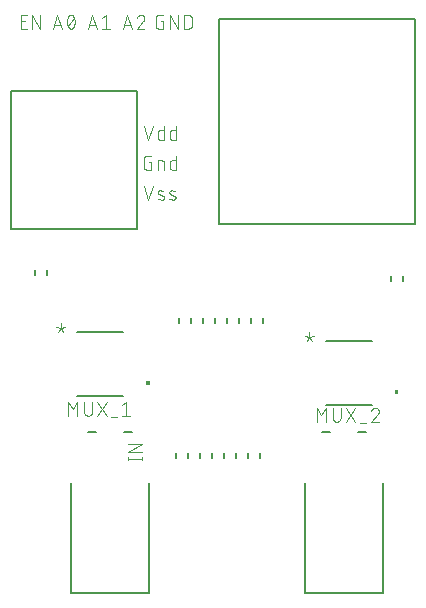
<source format=gbr>
G04 EAGLE Gerber RS-274X export*
G75*
%MOMM*%
%FSLAX34Y34*%
%LPD*%
%INSilkscreen Top*%
%IPPOS*%
%AMOC8*
5,1,8,0,0,1.08239X$1,22.5*%
G01*
%ADD10C,0.101600*%
%ADD11C,0.200000*%
%ADD12C,0.152400*%
%ADD13C,0.076200*%
%ADD14C,0.127000*%

G36*
X117330Y84590D02*
X117330Y84590D01*
X117332Y84589D01*
X117375Y84609D01*
X117419Y84627D01*
X117420Y84629D01*
X117422Y84630D01*
X117455Y84715D01*
X117455Y88525D01*
X117454Y88527D01*
X117455Y88529D01*
X117435Y88572D01*
X117416Y88616D01*
X117414Y88616D01*
X117413Y88618D01*
X117328Y88651D01*
X114788Y88651D01*
X114786Y88650D01*
X114784Y88651D01*
X114741Y88631D01*
X114698Y88613D01*
X114697Y88611D01*
X114695Y88610D01*
X114662Y88525D01*
X114662Y84715D01*
X114663Y84713D01*
X114662Y84711D01*
X114682Y84668D01*
X114701Y84624D01*
X114703Y84624D01*
X114703Y84622D01*
X114788Y84589D01*
X117328Y84589D01*
X117330Y84590D01*
G37*
G36*
X327809Y76970D02*
X327809Y76970D01*
X327811Y76969D01*
X327854Y76989D01*
X327897Y77007D01*
X327898Y77009D01*
X327900Y77010D01*
X327933Y77095D01*
X327933Y80905D01*
X327932Y80907D01*
X327933Y80909D01*
X327913Y80952D01*
X327895Y80996D01*
X327892Y80996D01*
X327892Y80998D01*
X327807Y81031D01*
X325267Y81031D01*
X325265Y81030D01*
X325263Y81031D01*
X325220Y81011D01*
X325176Y80993D01*
X325175Y80991D01*
X325173Y80990D01*
X325140Y80905D01*
X325140Y77095D01*
X325141Y77093D01*
X325140Y77091D01*
X325160Y77048D01*
X325179Y77004D01*
X325181Y77004D01*
X325182Y77002D01*
X325267Y76969D01*
X327807Y76969D01*
X327809Y76970D01*
G37*
D10*
X112268Y304292D02*
X116163Y292608D01*
X120057Y304292D01*
X129368Y304292D02*
X129368Y292608D01*
X126123Y292608D01*
X126036Y292610D01*
X125948Y292616D01*
X125862Y292626D01*
X125775Y292639D01*
X125690Y292657D01*
X125605Y292678D01*
X125521Y292703D01*
X125439Y292732D01*
X125358Y292765D01*
X125278Y292801D01*
X125200Y292840D01*
X125124Y292884D01*
X125050Y292930D01*
X124979Y292980D01*
X124909Y293033D01*
X124842Y293089D01*
X124778Y293148D01*
X124716Y293210D01*
X124657Y293274D01*
X124601Y293341D01*
X124548Y293411D01*
X124498Y293482D01*
X124452Y293556D01*
X124408Y293632D01*
X124369Y293710D01*
X124333Y293790D01*
X124300Y293871D01*
X124271Y293953D01*
X124246Y294037D01*
X124225Y294122D01*
X124207Y294207D01*
X124194Y294294D01*
X124184Y294380D01*
X124178Y294468D01*
X124176Y294555D01*
X124175Y294555D02*
X124175Y298450D01*
X124176Y298450D02*
X124178Y298537D01*
X124184Y298625D01*
X124194Y298711D01*
X124207Y298798D01*
X124225Y298883D01*
X124246Y298968D01*
X124271Y299052D01*
X124300Y299134D01*
X124333Y299215D01*
X124369Y299295D01*
X124408Y299373D01*
X124452Y299449D01*
X124498Y299523D01*
X124548Y299594D01*
X124601Y299664D01*
X124657Y299731D01*
X124716Y299795D01*
X124778Y299857D01*
X124842Y299916D01*
X124909Y299972D01*
X124979Y300025D01*
X125050Y300075D01*
X125124Y300121D01*
X125200Y300165D01*
X125278Y300204D01*
X125358Y300240D01*
X125439Y300273D01*
X125521Y300302D01*
X125605Y300327D01*
X125690Y300348D01*
X125775Y300366D01*
X125862Y300379D01*
X125948Y300389D01*
X126036Y300395D01*
X126123Y300397D01*
X129368Y300397D01*
X139655Y304292D02*
X139655Y292608D01*
X136410Y292608D01*
X136323Y292610D01*
X136235Y292616D01*
X136149Y292626D01*
X136062Y292639D01*
X135977Y292657D01*
X135892Y292678D01*
X135808Y292703D01*
X135726Y292732D01*
X135645Y292765D01*
X135565Y292801D01*
X135487Y292840D01*
X135411Y292884D01*
X135337Y292930D01*
X135266Y292980D01*
X135196Y293033D01*
X135129Y293089D01*
X135065Y293148D01*
X135003Y293210D01*
X134944Y293274D01*
X134888Y293341D01*
X134835Y293411D01*
X134785Y293482D01*
X134739Y293556D01*
X134695Y293632D01*
X134656Y293710D01*
X134620Y293790D01*
X134587Y293871D01*
X134558Y293953D01*
X134533Y294037D01*
X134512Y294122D01*
X134494Y294207D01*
X134481Y294294D01*
X134471Y294380D01*
X134465Y294468D01*
X134463Y294555D01*
X134462Y294555D02*
X134462Y298450D01*
X134463Y298450D02*
X134465Y298537D01*
X134471Y298625D01*
X134481Y298711D01*
X134494Y298798D01*
X134512Y298883D01*
X134533Y298968D01*
X134558Y299052D01*
X134587Y299134D01*
X134620Y299215D01*
X134656Y299295D01*
X134695Y299373D01*
X134739Y299449D01*
X134785Y299523D01*
X134835Y299594D01*
X134888Y299664D01*
X134944Y299731D01*
X135003Y299795D01*
X135065Y299857D01*
X135129Y299916D01*
X135196Y299972D01*
X135266Y300025D01*
X135337Y300075D01*
X135411Y300121D01*
X135487Y300165D01*
X135565Y300204D01*
X135645Y300240D01*
X135726Y300273D01*
X135808Y300302D01*
X135892Y300327D01*
X135977Y300348D01*
X136062Y300366D01*
X136149Y300379D01*
X136235Y300389D01*
X136323Y300395D01*
X136410Y300397D01*
X139655Y300397D01*
X112268Y253492D02*
X116163Y241808D01*
X120057Y253492D01*
X125208Y246352D02*
X128453Y245054D01*
X125208Y246351D02*
X125133Y246384D01*
X125059Y246420D01*
X124987Y246459D01*
X124917Y246502D01*
X124850Y246548D01*
X124784Y246598D01*
X124722Y246650D01*
X124661Y246706D01*
X124604Y246764D01*
X124549Y246825D01*
X124498Y246889D01*
X124450Y246955D01*
X124405Y247024D01*
X124363Y247094D01*
X124325Y247167D01*
X124290Y247241D01*
X124259Y247317D01*
X124232Y247394D01*
X124209Y247473D01*
X124189Y247552D01*
X124174Y247633D01*
X124162Y247714D01*
X124154Y247796D01*
X124150Y247877D01*
X124151Y247959D01*
X124155Y248041D01*
X124163Y248123D01*
X124175Y248204D01*
X124191Y248284D01*
X124211Y248364D01*
X124235Y248442D01*
X124263Y248519D01*
X124294Y248595D01*
X124329Y248669D01*
X124367Y248741D01*
X124409Y248812D01*
X124455Y248880D01*
X124503Y248946D01*
X124555Y249009D01*
X124610Y249070D01*
X124668Y249128D01*
X124728Y249184D01*
X124791Y249236D01*
X124857Y249285D01*
X124925Y249331D01*
X124995Y249373D01*
X125067Y249413D01*
X125141Y249448D01*
X125216Y249480D01*
X125293Y249508D01*
X125371Y249532D01*
X125451Y249553D01*
X125531Y249570D01*
X125612Y249582D01*
X125693Y249591D01*
X125775Y249596D01*
X125857Y249597D01*
X126034Y249593D01*
X126211Y249584D01*
X126388Y249570D01*
X126565Y249553D01*
X126740Y249531D01*
X126916Y249506D01*
X127090Y249475D01*
X127264Y249441D01*
X127437Y249403D01*
X127609Y249360D01*
X127780Y249313D01*
X127950Y249263D01*
X128119Y249208D01*
X128286Y249149D01*
X128451Y249086D01*
X128616Y249019D01*
X128778Y248948D01*
X128453Y245054D02*
X128528Y245021D01*
X128602Y244985D01*
X128674Y244946D01*
X128744Y244903D01*
X128811Y244857D01*
X128877Y244807D01*
X128939Y244755D01*
X129000Y244699D01*
X129057Y244641D01*
X129112Y244580D01*
X129163Y244516D01*
X129211Y244450D01*
X129256Y244381D01*
X129298Y244311D01*
X129336Y244238D01*
X129371Y244164D01*
X129402Y244088D01*
X129429Y244011D01*
X129452Y243932D01*
X129472Y243853D01*
X129487Y243772D01*
X129499Y243691D01*
X129507Y243609D01*
X129511Y243528D01*
X129510Y243446D01*
X129506Y243364D01*
X129498Y243282D01*
X129486Y243201D01*
X129470Y243121D01*
X129450Y243041D01*
X129426Y242963D01*
X129398Y242886D01*
X129367Y242810D01*
X129332Y242736D01*
X129294Y242664D01*
X129252Y242593D01*
X129206Y242525D01*
X129158Y242459D01*
X129106Y242396D01*
X129051Y242335D01*
X128993Y242277D01*
X128933Y242221D01*
X128870Y242169D01*
X128804Y242120D01*
X128736Y242074D01*
X128666Y242032D01*
X128594Y241992D01*
X128520Y241957D01*
X128445Y241925D01*
X128368Y241897D01*
X128290Y241873D01*
X128210Y241852D01*
X128130Y241835D01*
X128049Y241823D01*
X127968Y241814D01*
X127886Y241809D01*
X127804Y241808D01*
X127805Y241808D02*
X127545Y241815D01*
X127285Y241828D01*
X127025Y241847D01*
X126766Y241872D01*
X126507Y241904D01*
X126250Y241941D01*
X125993Y241985D01*
X125737Y242034D01*
X125483Y242090D01*
X125230Y242151D01*
X124979Y242219D01*
X124729Y242293D01*
X124481Y242372D01*
X124235Y242457D01*
X135114Y246352D02*
X138359Y245054D01*
X135114Y246351D02*
X135039Y246384D01*
X134965Y246420D01*
X134893Y246459D01*
X134823Y246502D01*
X134756Y246548D01*
X134690Y246598D01*
X134628Y246650D01*
X134567Y246706D01*
X134510Y246764D01*
X134455Y246825D01*
X134404Y246889D01*
X134356Y246955D01*
X134311Y247024D01*
X134269Y247094D01*
X134231Y247167D01*
X134196Y247241D01*
X134165Y247317D01*
X134138Y247394D01*
X134115Y247473D01*
X134095Y247552D01*
X134080Y247633D01*
X134068Y247714D01*
X134060Y247796D01*
X134056Y247877D01*
X134057Y247959D01*
X134061Y248041D01*
X134069Y248123D01*
X134081Y248204D01*
X134097Y248284D01*
X134117Y248364D01*
X134141Y248442D01*
X134169Y248519D01*
X134200Y248595D01*
X134235Y248669D01*
X134273Y248741D01*
X134315Y248812D01*
X134361Y248880D01*
X134409Y248946D01*
X134461Y249009D01*
X134516Y249070D01*
X134574Y249128D01*
X134634Y249184D01*
X134697Y249236D01*
X134763Y249285D01*
X134831Y249331D01*
X134901Y249373D01*
X134973Y249413D01*
X135047Y249448D01*
X135122Y249480D01*
X135199Y249508D01*
X135277Y249532D01*
X135357Y249553D01*
X135437Y249570D01*
X135518Y249582D01*
X135599Y249591D01*
X135681Y249596D01*
X135763Y249597D01*
X135940Y249593D01*
X136117Y249584D01*
X136294Y249570D01*
X136471Y249553D01*
X136646Y249531D01*
X136822Y249506D01*
X136996Y249475D01*
X137170Y249441D01*
X137343Y249403D01*
X137515Y249360D01*
X137686Y249313D01*
X137856Y249263D01*
X138025Y249208D01*
X138192Y249149D01*
X138357Y249086D01*
X138522Y249019D01*
X138684Y248948D01*
X138359Y245054D02*
X138434Y245021D01*
X138508Y244985D01*
X138580Y244946D01*
X138650Y244903D01*
X138717Y244857D01*
X138783Y244807D01*
X138845Y244755D01*
X138906Y244699D01*
X138963Y244641D01*
X139018Y244580D01*
X139069Y244516D01*
X139117Y244450D01*
X139162Y244381D01*
X139204Y244311D01*
X139242Y244238D01*
X139277Y244164D01*
X139308Y244088D01*
X139335Y244011D01*
X139358Y243932D01*
X139378Y243853D01*
X139393Y243772D01*
X139405Y243691D01*
X139413Y243609D01*
X139417Y243528D01*
X139416Y243446D01*
X139412Y243364D01*
X139404Y243282D01*
X139392Y243201D01*
X139376Y243121D01*
X139356Y243041D01*
X139332Y242963D01*
X139304Y242886D01*
X139273Y242810D01*
X139238Y242736D01*
X139200Y242664D01*
X139158Y242593D01*
X139112Y242525D01*
X139064Y242459D01*
X139012Y242396D01*
X138957Y242335D01*
X138899Y242277D01*
X138839Y242221D01*
X138776Y242169D01*
X138710Y242120D01*
X138642Y242074D01*
X138572Y242032D01*
X138500Y241992D01*
X138426Y241957D01*
X138351Y241925D01*
X138274Y241897D01*
X138196Y241873D01*
X138116Y241852D01*
X138036Y241835D01*
X137955Y241823D01*
X137874Y241814D01*
X137792Y241809D01*
X137710Y241808D01*
X137711Y241808D02*
X137451Y241815D01*
X137191Y241828D01*
X136931Y241847D01*
X136672Y241872D01*
X136413Y241904D01*
X136156Y241941D01*
X135899Y241985D01*
X135643Y242034D01*
X135389Y242090D01*
X135136Y242151D01*
X134885Y242219D01*
X134635Y242293D01*
X134387Y242372D01*
X134141Y242457D01*
X118759Y273699D02*
X116812Y273699D01*
X118759Y273699D02*
X118759Y267208D01*
X114864Y267208D01*
X114765Y267210D01*
X114665Y267216D01*
X114566Y267225D01*
X114468Y267238D01*
X114370Y267255D01*
X114272Y267276D01*
X114176Y267301D01*
X114081Y267329D01*
X113987Y267361D01*
X113894Y267396D01*
X113802Y267435D01*
X113712Y267478D01*
X113624Y267523D01*
X113537Y267573D01*
X113453Y267625D01*
X113370Y267681D01*
X113290Y267739D01*
X113212Y267801D01*
X113137Y267866D01*
X113064Y267934D01*
X112994Y268004D01*
X112926Y268077D01*
X112861Y268152D01*
X112799Y268230D01*
X112741Y268310D01*
X112685Y268393D01*
X112633Y268477D01*
X112583Y268564D01*
X112538Y268652D01*
X112495Y268742D01*
X112456Y268834D01*
X112421Y268927D01*
X112389Y269021D01*
X112361Y269116D01*
X112336Y269212D01*
X112315Y269310D01*
X112298Y269408D01*
X112285Y269506D01*
X112276Y269605D01*
X112270Y269705D01*
X112268Y269804D01*
X112268Y276296D01*
X112270Y276395D01*
X112276Y276495D01*
X112285Y276594D01*
X112298Y276692D01*
X112315Y276790D01*
X112336Y276888D01*
X112361Y276984D01*
X112389Y277079D01*
X112421Y277173D01*
X112456Y277266D01*
X112495Y277358D01*
X112538Y277448D01*
X112583Y277536D01*
X112633Y277623D01*
X112685Y277707D01*
X112741Y277790D01*
X112799Y277870D01*
X112861Y277948D01*
X112926Y278023D01*
X112994Y278096D01*
X113064Y278166D01*
X113137Y278234D01*
X113212Y278299D01*
X113290Y278361D01*
X113370Y278419D01*
X113453Y278475D01*
X113537Y278527D01*
X113624Y278577D01*
X113712Y278622D01*
X113802Y278665D01*
X113894Y278704D01*
X113986Y278739D01*
X114081Y278771D01*
X114176Y278799D01*
X114272Y278824D01*
X114370Y278845D01*
X114468Y278862D01*
X114566Y278875D01*
X114665Y278884D01*
X114765Y278890D01*
X114864Y278892D01*
X118759Y278892D01*
X124347Y274997D02*
X124347Y267208D01*
X124347Y274997D02*
X127593Y274997D01*
X127680Y274995D01*
X127768Y274989D01*
X127854Y274979D01*
X127941Y274966D01*
X128026Y274948D01*
X128111Y274927D01*
X128195Y274902D01*
X128277Y274873D01*
X128358Y274840D01*
X128438Y274804D01*
X128516Y274765D01*
X128592Y274721D01*
X128666Y274675D01*
X128737Y274625D01*
X128807Y274572D01*
X128874Y274516D01*
X128938Y274457D01*
X129000Y274396D01*
X129059Y274331D01*
X129115Y274264D01*
X129168Y274194D01*
X129218Y274123D01*
X129264Y274049D01*
X129308Y273973D01*
X129347Y273895D01*
X129383Y273815D01*
X129416Y273734D01*
X129445Y273652D01*
X129470Y273568D01*
X129491Y273483D01*
X129509Y273398D01*
X129522Y273311D01*
X129532Y273225D01*
X129538Y273137D01*
X129540Y273050D01*
X129540Y267208D01*
X139768Y267208D02*
X139768Y278892D01*
X139768Y267208D02*
X136523Y267208D01*
X136436Y267210D01*
X136348Y267216D01*
X136262Y267226D01*
X136175Y267239D01*
X136090Y267257D01*
X136005Y267278D01*
X135921Y267303D01*
X135839Y267332D01*
X135758Y267365D01*
X135678Y267401D01*
X135600Y267440D01*
X135524Y267484D01*
X135450Y267530D01*
X135379Y267580D01*
X135309Y267633D01*
X135242Y267689D01*
X135178Y267748D01*
X135116Y267810D01*
X135057Y267874D01*
X135001Y267941D01*
X134948Y268011D01*
X134898Y268082D01*
X134852Y268156D01*
X134808Y268232D01*
X134769Y268310D01*
X134733Y268390D01*
X134700Y268471D01*
X134671Y268553D01*
X134646Y268637D01*
X134625Y268722D01*
X134607Y268807D01*
X134594Y268894D01*
X134584Y268980D01*
X134578Y269068D01*
X134576Y269155D01*
X134575Y269155D02*
X134575Y273050D01*
X134576Y273050D02*
X134578Y273137D01*
X134584Y273225D01*
X134594Y273311D01*
X134607Y273398D01*
X134625Y273483D01*
X134646Y273568D01*
X134671Y273652D01*
X134700Y273734D01*
X134733Y273815D01*
X134769Y273895D01*
X134808Y273973D01*
X134852Y274049D01*
X134898Y274123D01*
X134948Y274194D01*
X135001Y274264D01*
X135057Y274331D01*
X135116Y274395D01*
X135178Y274457D01*
X135242Y274516D01*
X135309Y274572D01*
X135379Y274625D01*
X135450Y274675D01*
X135524Y274721D01*
X135600Y274765D01*
X135678Y274804D01*
X135758Y274840D01*
X135839Y274873D01*
X135921Y274902D01*
X136005Y274927D01*
X136090Y274948D01*
X136175Y274966D01*
X136262Y274979D01*
X136348Y274989D01*
X136436Y274995D01*
X136523Y274997D01*
X139768Y274997D01*
X13321Y386588D02*
X8128Y386588D01*
X8128Y398272D01*
X13321Y398272D01*
X12023Y393079D02*
X8128Y393079D01*
X18011Y398272D02*
X18011Y386588D01*
X24503Y386588D02*
X18011Y398272D01*
X24503Y398272D02*
X24503Y386588D01*
X35451Y386588D02*
X39346Y398272D01*
X43240Y386588D01*
X42267Y389509D02*
X36425Y389509D01*
X47530Y392430D02*
X47533Y392660D01*
X47541Y392890D01*
X47555Y393119D01*
X47574Y393348D01*
X47599Y393577D01*
X47629Y393804D01*
X47664Y394032D01*
X47705Y394258D01*
X47751Y394483D01*
X47803Y394707D01*
X47860Y394929D01*
X47922Y395151D01*
X47990Y395370D01*
X48063Y395588D01*
X48141Y395805D01*
X48224Y396019D01*
X48312Y396231D01*
X48405Y396441D01*
X48504Y396649D01*
X48537Y396739D01*
X48573Y396828D01*
X48613Y396916D01*
X48657Y397001D01*
X48704Y397085D01*
X48754Y397167D01*
X48808Y397247D01*
X48864Y397324D01*
X48924Y397400D01*
X48987Y397473D01*
X49052Y397543D01*
X49121Y397611D01*
X49192Y397675D01*
X49265Y397737D01*
X49341Y397796D01*
X49419Y397852D01*
X49500Y397905D01*
X49582Y397954D01*
X49666Y398000D01*
X49753Y398043D01*
X49840Y398082D01*
X49930Y398118D01*
X50020Y398150D01*
X50112Y398178D01*
X50205Y398203D01*
X50299Y398224D01*
X50393Y398241D01*
X50488Y398255D01*
X50584Y398264D01*
X50680Y398270D01*
X50776Y398272D01*
X50872Y398270D01*
X50968Y398264D01*
X51064Y398255D01*
X51159Y398241D01*
X51253Y398224D01*
X51347Y398203D01*
X51440Y398178D01*
X51532Y398150D01*
X51622Y398118D01*
X51712Y398082D01*
X51799Y398043D01*
X51886Y398000D01*
X51970Y397954D01*
X52052Y397905D01*
X52133Y397852D01*
X52211Y397796D01*
X52287Y397737D01*
X52360Y397675D01*
X52431Y397611D01*
X52500Y397543D01*
X52565Y397473D01*
X52628Y397400D01*
X52688Y397324D01*
X52744Y397247D01*
X52798Y397167D01*
X52848Y397085D01*
X52895Y397001D01*
X52939Y396916D01*
X52979Y396828D01*
X53015Y396739D01*
X53048Y396649D01*
X53147Y396442D01*
X53240Y396232D01*
X53328Y396019D01*
X53411Y395805D01*
X53489Y395589D01*
X53562Y395371D01*
X53630Y395151D01*
X53692Y394930D01*
X53749Y394707D01*
X53801Y394483D01*
X53847Y394258D01*
X53888Y394032D01*
X53923Y393805D01*
X53953Y393577D01*
X53978Y393348D01*
X53997Y393119D01*
X54011Y392890D01*
X54019Y392660D01*
X54022Y392430D01*
X47530Y392430D02*
X47533Y392200D01*
X47541Y391970D01*
X47555Y391741D01*
X47574Y391512D01*
X47599Y391283D01*
X47629Y391055D01*
X47664Y390828D01*
X47705Y390602D01*
X47751Y390377D01*
X47803Y390153D01*
X47860Y389930D01*
X47922Y389709D01*
X47990Y389489D01*
X48063Y389271D01*
X48141Y389055D01*
X48224Y388841D01*
X48312Y388629D01*
X48405Y388418D01*
X48504Y388211D01*
X48537Y388121D01*
X48573Y388032D01*
X48614Y387944D01*
X48657Y387859D01*
X48704Y387775D01*
X48754Y387693D01*
X48808Y387613D01*
X48864Y387536D01*
X48924Y387460D01*
X48987Y387387D01*
X49052Y387317D01*
X49121Y387249D01*
X49192Y387185D01*
X49265Y387123D01*
X49341Y387064D01*
X49419Y387008D01*
X49500Y386955D01*
X49582Y386906D01*
X49666Y386860D01*
X49753Y386817D01*
X49840Y386778D01*
X49930Y386742D01*
X50020Y386710D01*
X50112Y386682D01*
X50205Y386657D01*
X50299Y386636D01*
X50393Y386619D01*
X50488Y386605D01*
X50584Y386596D01*
X50680Y386590D01*
X50776Y386588D01*
X53047Y388211D02*
X53146Y388418D01*
X53239Y388629D01*
X53327Y388841D01*
X53410Y389055D01*
X53488Y389271D01*
X53561Y389489D01*
X53629Y389709D01*
X53691Y389930D01*
X53748Y390153D01*
X53800Y390377D01*
X53846Y390602D01*
X53887Y390828D01*
X53922Y391055D01*
X53952Y391283D01*
X53977Y391512D01*
X53996Y391741D01*
X54010Y391970D01*
X54018Y392200D01*
X54021Y392430D01*
X53048Y388211D02*
X53015Y388121D01*
X52979Y388032D01*
X52939Y387944D01*
X52895Y387859D01*
X52848Y387775D01*
X52798Y387693D01*
X52744Y387613D01*
X52688Y387536D01*
X52628Y387460D01*
X52565Y387387D01*
X52500Y387317D01*
X52431Y387249D01*
X52360Y387185D01*
X52287Y387123D01*
X52211Y387064D01*
X52133Y387008D01*
X52052Y386955D01*
X51970Y386906D01*
X51886Y386860D01*
X51799Y386817D01*
X51712Y386778D01*
X51622Y386742D01*
X51532Y386710D01*
X51440Y386682D01*
X51347Y386657D01*
X51253Y386636D01*
X51159Y386619D01*
X51064Y386605D01*
X50968Y386596D01*
X50872Y386590D01*
X50776Y386588D01*
X48179Y389184D02*
X53372Y395676D01*
X64969Y386588D02*
X68864Y398272D01*
X72759Y386588D01*
X71785Y389509D02*
X65943Y389509D01*
X77049Y395676D02*
X80294Y398272D01*
X80294Y386588D01*
X77049Y386588D02*
X83540Y386588D01*
X94488Y386588D02*
X98383Y398272D01*
X102277Y386588D01*
X101304Y389509D02*
X95462Y389509D01*
X110137Y398272D02*
X110244Y398270D01*
X110350Y398264D01*
X110456Y398254D01*
X110562Y398241D01*
X110668Y398223D01*
X110772Y398202D01*
X110876Y398177D01*
X110979Y398148D01*
X111080Y398116D01*
X111180Y398079D01*
X111279Y398039D01*
X111377Y397996D01*
X111473Y397949D01*
X111567Y397898D01*
X111659Y397844D01*
X111749Y397787D01*
X111837Y397727D01*
X111922Y397663D01*
X112005Y397596D01*
X112086Y397526D01*
X112164Y397454D01*
X112240Y397378D01*
X112312Y397300D01*
X112382Y397219D01*
X112449Y397136D01*
X112513Y397051D01*
X112573Y396963D01*
X112630Y396873D01*
X112684Y396781D01*
X112735Y396687D01*
X112782Y396591D01*
X112825Y396493D01*
X112865Y396394D01*
X112902Y396294D01*
X112934Y396193D01*
X112963Y396090D01*
X112988Y395986D01*
X113009Y395882D01*
X113027Y395776D01*
X113040Y395670D01*
X113050Y395564D01*
X113056Y395458D01*
X113058Y395351D01*
X110137Y398272D02*
X110016Y398270D01*
X109895Y398264D01*
X109775Y398254D01*
X109654Y398241D01*
X109535Y398223D01*
X109415Y398202D01*
X109297Y398177D01*
X109180Y398148D01*
X109063Y398115D01*
X108948Y398079D01*
X108834Y398038D01*
X108721Y397995D01*
X108609Y397947D01*
X108500Y397896D01*
X108392Y397841D01*
X108285Y397783D01*
X108181Y397722D01*
X108079Y397657D01*
X107979Y397589D01*
X107881Y397518D01*
X107785Y397444D01*
X107692Y397367D01*
X107602Y397286D01*
X107514Y397203D01*
X107429Y397117D01*
X107346Y397028D01*
X107267Y396937D01*
X107190Y396843D01*
X107117Y396747D01*
X107047Y396649D01*
X106980Y396548D01*
X106916Y396445D01*
X106856Y396340D01*
X106799Y396233D01*
X106745Y396125D01*
X106695Y396015D01*
X106649Y395903D01*
X106606Y395790D01*
X106567Y395675D01*
X112085Y393079D02*
X112164Y393156D01*
X112240Y393237D01*
X112313Y393320D01*
X112383Y393405D01*
X112450Y393493D01*
X112514Y393583D01*
X112574Y393675D01*
X112631Y393770D01*
X112685Y393866D01*
X112736Y393964D01*
X112783Y394064D01*
X112827Y394166D01*
X112867Y394269D01*
X112903Y394373D01*
X112935Y394479D01*
X112964Y394585D01*
X112989Y394693D01*
X113011Y394801D01*
X113028Y394911D01*
X113042Y395020D01*
X113051Y395130D01*
X113057Y395241D01*
X113059Y395351D01*
X112085Y393079D02*
X106567Y386588D01*
X113058Y386588D01*
X126972Y393079D02*
X128919Y393079D01*
X128919Y386588D01*
X125024Y386588D01*
X124925Y386590D01*
X124825Y386596D01*
X124726Y386605D01*
X124628Y386618D01*
X124530Y386635D01*
X124432Y386656D01*
X124336Y386681D01*
X124241Y386709D01*
X124147Y386741D01*
X124054Y386776D01*
X123962Y386815D01*
X123872Y386858D01*
X123784Y386903D01*
X123697Y386953D01*
X123613Y387005D01*
X123530Y387061D01*
X123450Y387119D01*
X123372Y387181D01*
X123297Y387246D01*
X123224Y387314D01*
X123154Y387384D01*
X123086Y387457D01*
X123021Y387532D01*
X122959Y387610D01*
X122901Y387690D01*
X122845Y387773D01*
X122793Y387857D01*
X122743Y387944D01*
X122698Y388032D01*
X122655Y388122D01*
X122616Y388214D01*
X122581Y388307D01*
X122549Y388401D01*
X122521Y388496D01*
X122496Y388592D01*
X122475Y388690D01*
X122458Y388788D01*
X122445Y388886D01*
X122436Y388985D01*
X122430Y389085D01*
X122428Y389184D01*
X122428Y395676D01*
X122430Y395775D01*
X122436Y395875D01*
X122445Y395974D01*
X122458Y396072D01*
X122475Y396170D01*
X122496Y396268D01*
X122521Y396364D01*
X122549Y396459D01*
X122581Y396553D01*
X122616Y396646D01*
X122655Y396738D01*
X122698Y396828D01*
X122743Y396916D01*
X122793Y397003D01*
X122845Y397087D01*
X122901Y397170D01*
X122959Y397250D01*
X123021Y397328D01*
X123086Y397403D01*
X123154Y397476D01*
X123224Y397546D01*
X123297Y397614D01*
X123372Y397679D01*
X123450Y397741D01*
X123530Y397799D01*
X123613Y397855D01*
X123697Y397907D01*
X123784Y397957D01*
X123872Y398002D01*
X123962Y398045D01*
X124054Y398084D01*
X124146Y398119D01*
X124241Y398151D01*
X124336Y398179D01*
X124432Y398204D01*
X124530Y398225D01*
X124628Y398242D01*
X124726Y398255D01*
X124825Y398264D01*
X124925Y398270D01*
X125024Y398272D01*
X128919Y398272D01*
X134620Y398272D02*
X134620Y386588D01*
X141111Y386588D02*
X134620Y398272D01*
X141111Y398272D02*
X141111Y386588D01*
X146812Y386588D02*
X146812Y398272D01*
X150057Y398272D01*
X150170Y398270D01*
X150283Y398264D01*
X150396Y398254D01*
X150509Y398240D01*
X150621Y398223D01*
X150732Y398201D01*
X150842Y398176D01*
X150952Y398146D01*
X151060Y398113D01*
X151167Y398076D01*
X151273Y398036D01*
X151377Y397991D01*
X151480Y397943D01*
X151581Y397892D01*
X151680Y397837D01*
X151777Y397779D01*
X151872Y397717D01*
X151965Y397652D01*
X152055Y397584D01*
X152143Y397513D01*
X152229Y397438D01*
X152312Y397361D01*
X152392Y397281D01*
X152469Y397198D01*
X152544Y397112D01*
X152615Y397024D01*
X152683Y396934D01*
X152748Y396841D01*
X152810Y396746D01*
X152868Y396649D01*
X152923Y396550D01*
X152974Y396449D01*
X153022Y396346D01*
X153067Y396242D01*
X153107Y396136D01*
X153144Y396029D01*
X153177Y395921D01*
X153207Y395811D01*
X153232Y395701D01*
X153254Y395590D01*
X153271Y395478D01*
X153285Y395365D01*
X153295Y395252D01*
X153301Y395139D01*
X153303Y395026D01*
X153303Y389834D01*
X153304Y389834D02*
X153302Y389721D01*
X153296Y389608D01*
X153286Y389495D01*
X153272Y389382D01*
X153255Y389270D01*
X153233Y389159D01*
X153208Y389049D01*
X153178Y388939D01*
X153145Y388831D01*
X153108Y388724D01*
X153068Y388618D01*
X153023Y388514D01*
X152975Y388411D01*
X152924Y388310D01*
X152869Y388211D01*
X152811Y388114D01*
X152749Y388019D01*
X152684Y387926D01*
X152616Y387836D01*
X152545Y387748D01*
X152470Y387662D01*
X152393Y387579D01*
X152313Y387499D01*
X152230Y387422D01*
X152144Y387347D01*
X152056Y387276D01*
X151966Y387208D01*
X151873Y387143D01*
X151778Y387081D01*
X151681Y387023D01*
X151582Y386968D01*
X151481Y386917D01*
X151378Y386869D01*
X151274Y386824D01*
X151168Y386784D01*
X151061Y386747D01*
X150953Y386714D01*
X150843Y386684D01*
X150733Y386659D01*
X150622Y386637D01*
X150510Y386620D01*
X150397Y386606D01*
X150284Y386596D01*
X150171Y386590D01*
X150058Y386588D01*
X150057Y386588D02*
X146812Y386588D01*
D11*
X203280Y141700D02*
X203280Y137700D01*
X213280Y137700D02*
X213280Y141700D01*
X182960Y141700D02*
X182960Y137700D01*
X192960Y137700D02*
X192960Y141700D01*
X162640Y141700D02*
X162640Y137700D01*
X172640Y137700D02*
X172640Y141700D01*
X142320Y141700D02*
X142320Y137700D01*
X152320Y137700D02*
X152320Y141700D01*
X210740Y27400D02*
X210740Y23400D01*
X200740Y23400D02*
X200740Y27400D01*
X190420Y27400D02*
X190420Y23400D01*
X180420Y23400D02*
X180420Y27400D01*
X170100Y27400D02*
X170100Y23400D01*
X160100Y23400D02*
X160100Y27400D01*
X149780Y27400D02*
X149780Y23400D01*
X139780Y23400D02*
X139780Y27400D01*
D12*
X94976Y75946D02*
X56368Y75946D01*
X56368Y129794D02*
X94976Y129794D01*
D13*
X42109Y133040D02*
X42109Y137019D01*
X42109Y133040D02*
X44430Y130055D01*
X42109Y133040D02*
X39788Y130055D01*
X42109Y133040D02*
X45757Y134366D01*
X42109Y133040D02*
X38461Y134366D01*
X48367Y70739D02*
X48367Y58801D01*
X52347Y64107D02*
X48367Y70739D01*
X52347Y64107D02*
X56326Y70739D01*
X56326Y58801D01*
X61985Y62117D02*
X61985Y70739D01*
X61985Y62117D02*
X61987Y62003D01*
X61993Y61888D01*
X62003Y61774D01*
X62017Y61661D01*
X62034Y61547D01*
X62056Y61435D01*
X62081Y61323D01*
X62111Y61213D01*
X62144Y61103D01*
X62181Y60995D01*
X62221Y60888D01*
X62266Y60782D01*
X62313Y60678D01*
X62365Y60576D01*
X62420Y60476D01*
X62478Y60377D01*
X62540Y60281D01*
X62605Y60186D01*
X62673Y60095D01*
X62745Y60005D01*
X62819Y59918D01*
X62896Y59834D01*
X62977Y59752D01*
X63060Y59673D01*
X63145Y59597D01*
X63234Y59524D01*
X63324Y59455D01*
X63417Y59388D01*
X63513Y59325D01*
X63610Y59265D01*
X63710Y59208D01*
X63811Y59155D01*
X63914Y59105D01*
X64019Y59059D01*
X64125Y59016D01*
X64233Y58978D01*
X64342Y58943D01*
X64452Y58912D01*
X64563Y58884D01*
X64675Y58861D01*
X64788Y58841D01*
X64901Y58825D01*
X65015Y58813D01*
X65129Y58805D01*
X65244Y58801D01*
X65358Y58801D01*
X65473Y58805D01*
X65587Y58813D01*
X65701Y58825D01*
X65814Y58841D01*
X65927Y58861D01*
X66039Y58884D01*
X66150Y58912D01*
X66260Y58943D01*
X66369Y58978D01*
X66477Y59016D01*
X66583Y59059D01*
X66688Y59105D01*
X66791Y59155D01*
X66892Y59208D01*
X66992Y59265D01*
X67089Y59325D01*
X67185Y59388D01*
X67278Y59455D01*
X67368Y59524D01*
X67457Y59597D01*
X67542Y59673D01*
X67625Y59752D01*
X67706Y59834D01*
X67783Y59918D01*
X67857Y60005D01*
X67929Y60095D01*
X67997Y60186D01*
X68062Y60281D01*
X68124Y60377D01*
X68182Y60476D01*
X68237Y60576D01*
X68289Y60678D01*
X68336Y60782D01*
X68381Y60888D01*
X68421Y60995D01*
X68458Y61103D01*
X68491Y61213D01*
X68521Y61323D01*
X68546Y61435D01*
X68568Y61547D01*
X68585Y61661D01*
X68599Y61774D01*
X68609Y61888D01*
X68615Y62003D01*
X68617Y62117D01*
X68617Y70739D01*
X81091Y70739D02*
X73132Y58801D01*
X81091Y58801D02*
X73132Y70739D01*
X84746Y57475D02*
X90051Y57475D01*
X94369Y68086D02*
X97686Y70739D01*
X97686Y58801D01*
X101002Y58801D02*
X94369Y58801D01*
D12*
X266847Y68326D02*
X305455Y68326D01*
X305455Y122174D02*
X266847Y122174D01*
D13*
X252587Y125420D02*
X252587Y129399D01*
X252587Y125420D02*
X254909Y122435D01*
X252587Y125420D02*
X250266Y122435D01*
X252587Y125420D02*
X256235Y126746D01*
X252587Y125420D02*
X248940Y126746D01*
X258846Y65659D02*
X258846Y53721D01*
X262825Y59027D02*
X258846Y65659D01*
X262825Y59027D02*
X266804Y65659D01*
X266804Y53721D01*
X272463Y57037D02*
X272463Y65659D01*
X272463Y57037D02*
X272465Y56923D01*
X272471Y56808D01*
X272481Y56694D01*
X272495Y56581D01*
X272512Y56467D01*
X272534Y56355D01*
X272559Y56243D01*
X272589Y56133D01*
X272622Y56023D01*
X272659Y55915D01*
X272699Y55808D01*
X272744Y55702D01*
X272791Y55598D01*
X272843Y55496D01*
X272898Y55396D01*
X272956Y55297D01*
X273018Y55201D01*
X273083Y55106D01*
X273151Y55015D01*
X273223Y54925D01*
X273297Y54838D01*
X273374Y54754D01*
X273455Y54672D01*
X273538Y54593D01*
X273623Y54517D01*
X273712Y54444D01*
X273802Y54375D01*
X273895Y54308D01*
X273991Y54245D01*
X274088Y54185D01*
X274188Y54128D01*
X274289Y54075D01*
X274392Y54025D01*
X274497Y53979D01*
X274603Y53936D01*
X274711Y53898D01*
X274820Y53863D01*
X274930Y53832D01*
X275041Y53804D01*
X275153Y53781D01*
X275266Y53761D01*
X275379Y53745D01*
X275493Y53733D01*
X275607Y53725D01*
X275722Y53721D01*
X275836Y53721D01*
X275951Y53725D01*
X276065Y53733D01*
X276179Y53745D01*
X276292Y53761D01*
X276405Y53781D01*
X276517Y53804D01*
X276628Y53832D01*
X276738Y53863D01*
X276847Y53898D01*
X276955Y53936D01*
X277061Y53979D01*
X277166Y54025D01*
X277269Y54075D01*
X277370Y54128D01*
X277470Y54185D01*
X277567Y54245D01*
X277663Y54308D01*
X277756Y54375D01*
X277846Y54444D01*
X277935Y54517D01*
X278020Y54593D01*
X278103Y54672D01*
X278184Y54754D01*
X278261Y54838D01*
X278335Y54925D01*
X278407Y55015D01*
X278475Y55106D01*
X278540Y55201D01*
X278602Y55297D01*
X278660Y55396D01*
X278715Y55496D01*
X278767Y55598D01*
X278814Y55702D01*
X278859Y55808D01*
X278899Y55915D01*
X278936Y56023D01*
X278969Y56133D01*
X278999Y56243D01*
X279024Y56355D01*
X279046Y56467D01*
X279063Y56581D01*
X279077Y56694D01*
X279087Y56808D01*
X279093Y56923D01*
X279095Y57037D01*
X279095Y65659D01*
X291569Y65659D02*
X283611Y53721D01*
X291569Y53721D02*
X283611Y65659D01*
X295224Y52395D02*
X300530Y52395D01*
X311481Y62675D02*
X311479Y62782D01*
X311473Y62888D01*
X311464Y62994D01*
X311451Y63100D01*
X311434Y63205D01*
X311413Y63310D01*
X311388Y63413D01*
X311360Y63516D01*
X311328Y63618D01*
X311293Y63718D01*
X311254Y63817D01*
X311211Y63915D01*
X311165Y64011D01*
X311116Y64106D01*
X311063Y64198D01*
X311007Y64289D01*
X310948Y64377D01*
X310886Y64464D01*
X310820Y64548D01*
X310752Y64630D01*
X310681Y64709D01*
X310607Y64786D01*
X310530Y64860D01*
X310451Y64931D01*
X310369Y64999D01*
X310285Y65065D01*
X310198Y65127D01*
X310110Y65186D01*
X310019Y65242D01*
X309927Y65295D01*
X309832Y65344D01*
X309736Y65390D01*
X309638Y65433D01*
X309539Y65472D01*
X309439Y65507D01*
X309337Y65539D01*
X309234Y65567D01*
X309131Y65592D01*
X309026Y65613D01*
X308921Y65630D01*
X308815Y65643D01*
X308709Y65652D01*
X308603Y65658D01*
X308496Y65660D01*
X308496Y65659D02*
X308375Y65657D01*
X308255Y65651D01*
X308135Y65642D01*
X308015Y65629D01*
X307896Y65612D01*
X307777Y65591D01*
X307659Y65567D01*
X307542Y65538D01*
X307426Y65507D01*
X307310Y65471D01*
X307196Y65432D01*
X307084Y65389D01*
X306972Y65343D01*
X306862Y65294D01*
X306754Y65240D01*
X306648Y65184D01*
X306543Y65124D01*
X306440Y65061D01*
X306340Y64995D01*
X306241Y64926D01*
X306145Y64853D01*
X306051Y64778D01*
X305959Y64700D01*
X305870Y64618D01*
X305783Y64534D01*
X305700Y64448D01*
X305618Y64359D01*
X305540Y64267D01*
X305465Y64173D01*
X305393Y64076D01*
X305323Y63978D01*
X305257Y63877D01*
X305194Y63774D01*
X305135Y63669D01*
X305078Y63563D01*
X305025Y63454D01*
X304976Y63345D01*
X304930Y63233D01*
X304887Y63120D01*
X304849Y63006D01*
X310485Y60353D02*
X310565Y60433D01*
X310643Y60515D01*
X310717Y60599D01*
X310789Y60687D01*
X310857Y60777D01*
X310923Y60869D01*
X310985Y60963D01*
X311043Y61059D01*
X311098Y61158D01*
X311150Y61258D01*
X311198Y61360D01*
X311243Y61464D01*
X311283Y61569D01*
X311320Y61676D01*
X311354Y61784D01*
X311383Y61893D01*
X311409Y62003D01*
X311430Y62114D01*
X311448Y62225D01*
X311462Y62337D01*
X311472Y62449D01*
X311478Y62562D01*
X311480Y62675D01*
X310485Y60353D02*
X304848Y53721D01*
X311480Y53721D01*
D11*
X321608Y173260D02*
X321608Y177260D01*
X331608Y177260D02*
X331608Y173260D01*
X20400Y178340D02*
X20400Y182340D01*
X30400Y182340D02*
X30400Y178340D01*
X175840Y220890D02*
X175840Y395030D01*
X175840Y220890D02*
X342320Y220890D01*
X342320Y395030D01*
X175840Y395030D01*
D12*
X71628Y45212D02*
X65532Y45212D01*
X96012Y45212D02*
X102108Y45212D01*
X50800Y2286D02*
X50800Y-90932D01*
X116840Y-90932D01*
X116840Y2286D01*
D13*
X111379Y22281D02*
X99441Y22281D01*
X111379Y20955D02*
X111379Y23608D01*
X99441Y23608D02*
X99441Y20955D01*
X99441Y28490D02*
X111379Y28490D01*
X111379Y35123D02*
X99441Y28490D01*
X99441Y35123D02*
X111379Y35123D01*
D12*
X263652Y45212D02*
X269748Y45212D01*
X294132Y45212D02*
X300228Y45212D01*
X248920Y2286D02*
X248920Y-90932D01*
X314960Y-90932D01*
X314960Y2286D01*
D14*
X0Y217170D02*
X0Y334010D01*
X0Y217170D02*
X106680Y217170D01*
X106680Y334010D01*
X0Y334010D01*
M02*

</source>
